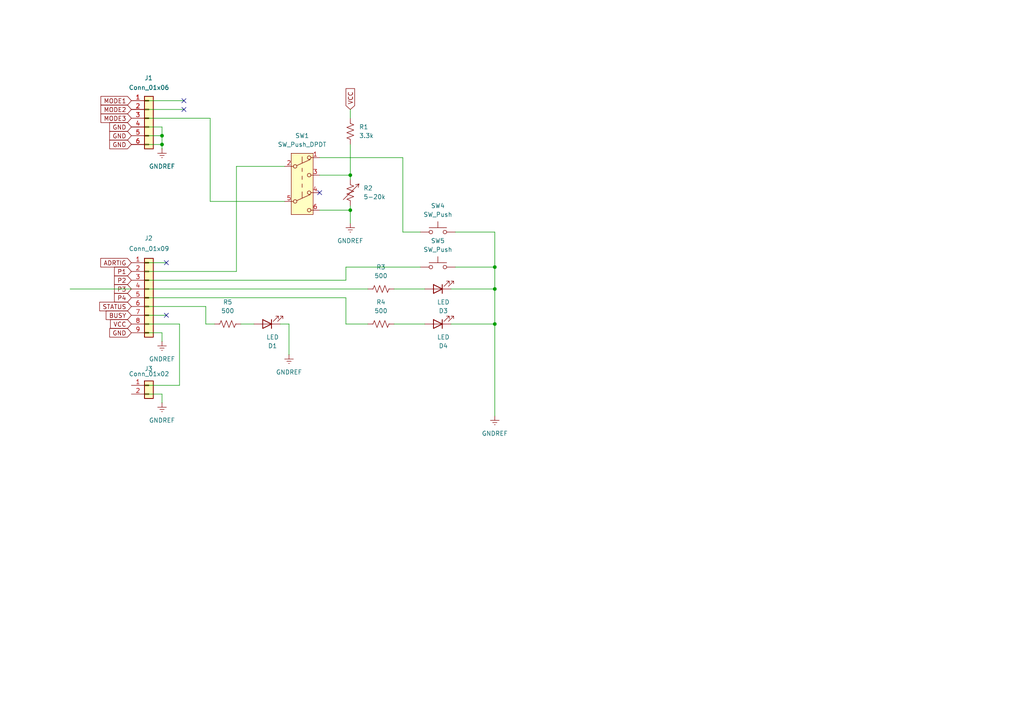
<source format=kicad_sch>
(kicad_sch (version 20231120) (generator "eeschema") (generator_version "8.0")
  (paper "A4")
  (title_block (title "IMBLE3 interface test") (date "2025-01-24") (rev "0.1") (company "Interplan Co,. Ltd."))
  (lib_symbols
    (symbol "Connector_Generic:Conn_01x02" (pin_names (offset 1.016) hide)
      (property "Reference" "J" (at 0 2.54 0))
      (property "Value" "Conn_01x02" (at 0 -5.08 0))
      (symbol "Conn_01x02_1_1"
        (rectangle (start -1.27 -2.413) (end 0 -2.667) (stroke (width 0.1524)))
        (rectangle (start -1.27 0.127) (end 0 -0.127) (stroke (width 0.1524)))
        (rectangle (start -1.27 1.27) (end 1.27 -3.81) (stroke (width 0.254)) (fill (type background)))
        (pin passive line (at -5.08 0 0) (length 3.81) (name "Pin_1") (number "1"))
        (pin passive line (at -5.08 -2.54 0) (length 3.81) (name "Pin_2") (number "2"))
      )
    )
    (symbol "Connector_Generic:Conn_01x06" (pin_names (offset 1.016) hide)
      (property "Reference" "J" (at 0 7.62 0))
      (property "Value" "Conn_01x06" (at 0 -10.16 0))
      (symbol "Conn_01x06_1_1"
        (rectangle (start -1.27 -7.493) (end 0 -7.747) (stroke (width 0.1524)))
        (rectangle (start -1.27 -4.953) (end 0 -5.207) (stroke (width 0.1524)))
        (rectangle (start -1.27 -2.413) (end 0 -2.667) (stroke (width 0.1524)))
        (rectangle (start -1.27 0.127) (end 0 -0.127) (stroke (width 0.1524)))
        (rectangle (start -1.27 2.667) (end 0 2.413) (stroke (width 0.1524)))
        (rectangle (start -1.27 5.207) (end 0 4.953) (stroke (width 0.1524)))
        (rectangle (start -1.27 6.35) (end 1.27 -8.89) (stroke (width 0.254)) (fill (type background)))
        (pin passive line (at -5.08 5.08 0) (length 3.81) (name "Pin_1") (number "1"))
        (pin passive line (at -5.08 2.54 0) (length 3.81) (name "Pin_2") (number "2"))
        (pin passive line (at -5.08 0 0) (length 3.81) (name "Pin_3") (number "3"))
        (pin passive line (at -5.08 -2.54 0) (length 3.81) (name "Pin_4") (number "4"))
        (pin passive line (at -5.08 -5.08 0) (length 3.81) (name "Pin_5") (number "5"))
        (pin passive line (at -5.08 -7.62 0) (length 3.81) (name "Pin_6") (number "6"))
      )
    )
    (symbol "Connector_Generic:Conn_01x09" (pin_names (offset 1.016) hide)
      (property "Reference" "J" (at 0 12.7 0))
      (property "Value" "Conn_01x09" (at 0 -12.7 0))
      (symbol "Conn_01x09_1_1"
        (rectangle (start -1.27 -10.033) (end 0 -10.287) (stroke (width 0.1524)))
        (rectangle (start -1.27 -7.493) (end 0 -7.747) (stroke (width 0.1524)))
        (rectangle (start -1.27 -4.953) (end 0 -5.207) (stroke (width 0.1524)))
        (rectangle (start -1.27 -2.413) (end 0 -2.667) (stroke (width 0.1524)))
        (rectangle (start -1.27 0.127) (end 0 -0.127) (stroke (width 0.1524)))
        (rectangle (start -1.27 2.667) (end 0 2.413) (stroke (width 0.1524)))
        (rectangle (start -1.27 5.207) (end 0 4.953) (stroke (width 0.1524)))
        (rectangle (start -1.27 7.747) (end 0 7.493) (stroke (width 0.1524)))
        (rectangle (start -1.27 10.287) (end 0 10.033) (stroke (width 0.1524)))
        (rectangle (start -1.27 11.43) (end 1.27 -11.43) (stroke (width 0.254)) (fill (type background)))
        (pin passive line (at -5.08 10.16 0) (length 3.81) (name "Pin_1") (number "1"))
        (pin passive line (at -5.08 7.62 0) (length 3.81) (name "Pin_2") (number "2"))
        (pin passive line (at -5.08 5.08 0) (length 3.81) (name "Pin_3") (number "3"))
        (pin passive line (at -5.08 2.54 0) (length 3.81) (name "Pin_4") (number "4"))
        (pin passive line (at -5.08 0 0) (length 3.81) (name "Pin_5") (number "5"))
        (pin passive line (at -5.08 -2.54 0) (length 3.81) (name "Pin_6") (number "6"))
        (pin passive line (at -5.08 -5.08 0) (length 3.81) (name "Pin_7") (number "7"))
        (pin passive line (at -5.08 -7.62 0) (length 3.81) (name "Pin_8") (number "8"))
        (pin passive line (at -5.08 -10.16 0) (length 3.81) (name "Pin_9") (number "9"))
      )
    )
    (symbol "Device:LED" (pin_numbers hide) (pin_names (offset 1.016) hide)
      (property "Reference" "D" (at 0 2.54 0))
      (property "Value" "LED" (at 0 -2.54 0))
      (symbol "LED_0_1"
        (polyline (pts (xy -1.27 -1.27) (xy -1.27 1.27)) (stroke (width 0.254)))
        (polyline (pts (xy -1.27 0) (xy 1.27 0)))
        (polyline (pts (xy 1.27 -1.27) (xy 1.27 1.27) (xy -1.27 0) (xy 1.27 -1.27)) (stroke (width 0.254)))
        (polyline (pts (xy -3.048 -0.762) (xy -4.572 -2.286) (xy -3.81 -2.286) (xy -4.572 -2.286) (xy -4.572 -1.524)))
        (polyline (pts (xy -1.778 -0.762) (xy -3.302 -2.286) (xy -2.54 -2.286) (xy -3.302 -2.286) (xy -3.302 -1.524)))
      )
      (symbol "LED_1_1"
        (pin passive line (at -3.81 0 0) (length 2.54) (name "K") (number "1"))
        (pin passive line (at 3.81 0 180) (length 2.54) (name "A") (number "2"))
      )
    )
    (symbol "Device:R_US" (pin_numbers hide) (pin_names (offset 0))
      (property "Reference" "R" (at 2.54 0 90))
      (property "Value" "R_US" (at -2.54 0 90))
      (symbol "R_US_0_1"
        (polyline (pts (xy 0 -2.286) (xy 0 -2.54)))
        (polyline (pts (xy 0 2.286) (xy 0 2.54)))
        (polyline (pts (xy 0 -0.762) (xy 1.016 -1.143) (xy 0 -1.524) (xy -1.016 -1.905) (xy 0 -2.286)))
        (polyline (pts (xy 0 0.762) (xy 1.016 0.381) (xy 0 0) (xy -1.016 -0.381) (xy 0 -0.762)))
        (polyline (pts (xy 0 2.286) (xy 1.016 1.905) (xy 0 1.524) (xy -1.016 1.143) (xy 0 0.762)))
      )
      (symbol "R_US_1_1"
        (pin passive line (at 0 3.81 270) (length 1.27) (name "~") (number "1"))
        (pin passive line (at 0 -3.81 90) (length 1.27) (name "~") (number "2"))
      )
    )
    (symbol "Device:R_Variable_US" (pin_numbers hide) (pin_names (offset 0))
      (property "Reference" "R" (at 2.54 -2.54 90))
      (property "Value" "R_Variable_US" (at -2.54 -1.27 90))
      (symbol "R_Variable_US_0_1"
        (polyline (pts (xy 0 -2.286) (xy 0 -2.54)))
        (polyline (pts (xy 0 2.286) (xy 0 2.54)))
        (polyline (pts (xy 0 -0.762) (xy 1.016 -1.143) (xy 0 -1.524) (xy -1.016 -1.905) (xy 0 -2.286)))
        (polyline (pts (xy 0 0.762) (xy 1.016 0.381) (xy 0 0) (xy -1.016 -0.381) (xy 0 -0.762)))
        (polyline (pts (xy 0 2.286) (xy 1.016 1.905) (xy 0 1.524) (xy -1.016 1.143) (xy 0 0.762)) (stroke (width 0.1524)))
        (polyline (pts (xy 2.286 1.524) (xy 2.54 2.54) (xy 1.524 2.286) (xy 2.54 2.54) (xy -2.032 -2.032)) (stroke (width 0.1524)))
      )
      (symbol "R_Variable_US_1_1"
        (pin passive line (at 0 3.81 270) (length 1.27) (name "~") (number "1"))
        (pin passive line (at 0 -3.81 90) (length 1.27) (name "~") (number "2"))
      )
    )
    (symbol "Switch:SW_Push" (pin_numbers hide) (pin_names (offset 1.016) hide)
      (property "Reference" "SW" (at 1.27 2.54 0))
      (property "Value" "SW_Push" (at 0 -1.524 0))
      (symbol "SW_Push_0_1"
        (circle (center -2.032 0) (radius 0.508))
        (polyline (pts (xy 0 1.27) (xy 0 3.048)))
        (polyline (pts (xy 2.54 1.27) (xy -2.54 1.27)))
        (circle (center 2.032 0) (radius 0.508))
        (pin passive line (at -5.08 0 0) (length 2.54) (name "1") (number "1"))
        (pin passive line (at 5.08 0 180) (length 2.54) (name "2") (number "2"))
      )
    )
    (symbol "Switch:SW_Push_DPDT" (pin_names (offset 0) hide)
      (property "Reference" "SW" (at 0 10.16 0))
      (property "Value" "SW_Push_DPDT" (at 0 -10.16 0))
      (symbol "SW_Push_DPDT_0_0"
        (circle (center -2.032 -5.08) (radius 0.508))
        (circle (center -2.032 5.08) (radius 0.508))
        (circle (center 2.032 -7.62) (radius 0.508))
        (circle (center 2.032 2.54) (radius 0.508))
      )
      (symbol "SW_Push_DPDT_0_1"
        (polyline (pts (xy -1.524 -4.826) (xy 2.3368 -3.0988)))
        (polyline (pts (xy -1.524 5.334) (xy 2.3368 7.0612)))
        (polyline (pts (xy 0 -2.286) (xy 0 -4.064)))
        (polyline (pts (xy 0 -1.016) (xy 0 0)))
        (polyline (pts (xy 0 1.27) (xy 0 2.286)))
        (polyline (pts (xy 0 3.556) (xy 0 4.572)))
        (polyline (pts (xy 0 7.874) (xy 0 6.096)))
        (circle (center 2.032 -2.54) (radius 0.508))
        (circle (center 2.032 7.62) (radius 0.508))
      )
      (symbol "SW_Push_DPDT_1_1"
        (rectangle (start -3.175 8.89) (end 3.175 -8.89) (fill (type background)))
        (pin passive line (at 5.08 7.62 180) (length 2.54) (name "A") (number "1"))
        (pin passive line (at -5.08 5.08 0) (length 2.54) (name "B") (number "2"))
        (pin passive line (at 5.08 2.54 180) (length 2.54) (name "C") (number "3"))
        (pin passive line (at 5.08 -2.54 180) (length 2.54) (name "A") (number "4"))
        (pin passive line (at -5.08 -5.08 0) (length 2.54) (name "B") (number "5"))
        (pin passive line (at 5.08 -7.62 180) (length 2.54) (name "C") (number "6"))
      )
    )
    (symbol "power:GNDREF" (power) (pin_numbers hide) (pin_names (offset 0) hide)
      (property "Value" "GNDREF" (at 0 -3.81 0))
      (symbol "GNDREF_0_1"
        (polyline (pts (xy -0.635 -1.905) (xy 0.635 -1.905)))
        (polyline (pts (xy -0.127 -2.54) (xy 0.127 -2.54)))
        (polyline (pts (xy 0 -1.27) (xy 0 0)))
        (polyline (pts (xy 1.27 -1.27) (xy -1.27 -1.27)))
      )
      (symbol "GNDREF_1_1"
        (pin power_in line (at 0 0 270) (length 0) (name "~") (number "1"))
      )
    )
  )
  (junction (at 143.51 83.82))
  (junction (at 46.99 39.37))
  (junction (at 143.51 93.98))
  (junction (at 101.6 50.8))
  (junction (at 46.99 41.91))
  (junction (at 101.6 60.96))
  (junction (at 143.51 77.47))
  (no_connect (at 92.71 55.88))
  (no_connect (at 48.26 91.44))
  (no_connect (at 53.34 29.21))
  (no_connect (at 53.34 31.75))
  (no_connect (at 48.26 76.2))
  (wire (pts (xy 69.85 93.98) (xy 73.66 93.98)))
  (wire (pts (xy 92.71 45.72) (xy 116.84 45.72)))
  (wire (pts (xy 143.51 67.31) (xy 143.51 77.47)))
  (wire (pts (xy 41.91 78.74) (xy 68.58 78.74)))
  (wire (pts (xy 100.33 81.28) (xy 100.33 77.47)))
  (wire (pts (xy 41.91 81.28) (xy 100.33 81.28)))
  (wire (pts (xy 59.69 88.9) (xy 41.91 88.9)))
  (wire (pts (xy 143.51 93.98) (xy 143.51 120.65)))
  (wire (pts (xy 143.51 83.82) (xy 143.51 77.47)))
  (wire (pts (xy 83.82 93.98) (xy 81.28 93.98)))
  (wire (pts (xy 116.84 67.31) (xy 121.92 67.31)))
  (wire (pts (xy 41.91 36.83) (xy 46.99 36.83)))
  (wire (pts (xy 46.99 39.37) (xy 46.99 41.91)))
  (wire (pts (xy 46.99 114.3) (xy 46.99 116.84)))
  (wire (pts (xy 46.99 36.83) (xy 46.99 39.37)))
  (wire (pts (xy 60.96 34.29) (xy 60.96 58.42)))
  (wire (pts (xy 41.91 86.36) (xy 100.33 86.36)))
  (wire (pts (xy 130.81 93.98) (xy 143.51 93.98)))
  (wire (pts (xy 114.3 93.98) (xy 123.19 93.98)))
  (wire (pts (xy 116.84 45.72) (xy 116.84 67.31)))
  (wire (pts (xy 41.91 34.29) (xy 60.96 34.29)))
  (wire (pts (xy 143.51 77.47) (xy 132.08 77.47)))
  (wire (pts (xy 100.33 93.98) (xy 106.68 93.98)))
  (wire (pts (xy 101.6 41.91) (xy 101.6 50.8)))
  (wire (pts (xy 41.91 76.2) (xy 48.26 76.2)))
  (wire (pts (xy 101.6 31.75) (xy 101.6 34.29)))
  (wire (pts (xy 59.69 93.98) (xy 59.69 88.9)))
  (wire (pts (xy 20.32 83.82) (xy 38.1 83.82)))
  (wire (pts (xy 101.6 52.07) (xy 101.6 50.8)))
  (wire (pts (xy 41.91 29.21) (xy 53.34 29.21)))
  (wire (pts (xy 41.91 93.98) (xy 52.07 93.98)))
  (wire (pts (xy 68.58 78.74) (xy 68.58 48.26)))
  (wire (pts (xy 59.69 93.98) (xy 62.23 93.98)))
  (wire (pts (xy 41.91 114.3) (xy 46.99 114.3)))
  (wire (pts (xy 92.71 60.96) (xy 101.6 60.96)))
  (wire (pts (xy 132.08 67.31) (xy 143.51 67.31)))
  (wire (pts (xy 100.33 86.36) (xy 100.33 93.98)))
  (wire (pts (xy 100.33 77.47) (xy 121.92 77.47)))
  (wire (pts (xy 83.82 93.98) (xy 83.82 102.87)))
  (wire (pts (xy 41.91 31.75) (xy 53.34 31.75)))
  (wire (pts (xy 52.07 93.98) (xy 52.07 111.76)))
  (wire (pts (xy 41.91 39.37) (xy 46.99 39.37)))
  (wire (pts (xy 46.99 41.91) (xy 46.99 43.18)))
  (wire (pts (xy 41.91 83.82) (xy 106.68 83.82)))
  (wire (pts (xy 46.99 96.52) (xy 46.99 99.06)))
  (wire (pts (xy 101.6 60.96) (xy 101.6 64.77)))
  (wire (pts (xy 92.71 50.8) (xy 101.6 50.8)))
  (wire (pts (xy 41.91 41.91) (xy 46.99 41.91)))
  (wire (pts (xy 68.58 48.26) (xy 82.55 48.26)))
  (wire (pts (xy 41.91 96.52) (xy 46.99 96.52)))
  (wire (pts (xy 143.51 93.98) (xy 143.51 83.82)))
  (wire (pts (xy 60.96 58.42) (xy 82.55 58.42)))
  (wire (pts (xy 130.81 83.82) (xy 143.51 83.82)))
  (wire (pts (xy 41.91 91.44) (xy 48.26 91.44)))
  (wire (pts (xy 101.6 59.69) (xy 101.6 60.96)))
  (wire (pts (xy 41.91 111.76) (xy 52.07 111.76)))
  (wire (pts (xy 114.3 83.82) (xy 123.19 83.82)))
  (global_label "ADRTIG" (shape input) (at 38.1 76.2 180) (property "Intersheetrefs" "${INTERSHEET_REFS}" (effects (hide yes))))
  (global_label "GND" (shape input) (at 38.1 96.52 180) (property "Intersheetrefs" "${INTERSHEET_REFS}" (effects (hide yes))))
  (global_label "GND" (shape input) (at 38.1 41.91 180) (property "Intersheetrefs" "${INTERSHEET_REFS}" (effects (hide yes))))
  (global_label "P2" (shape input) (at 38.1 81.28 180) (property "Intersheetrefs" "${INTERSHEET_REFS}" (effects (hide yes))))
  (global_label "MODE3" (shape input) (at 38.1 34.29 180) (property "Intersheetrefs" "${INTERSHEET_REFS}" (effects (hide yes))))
  (global_label "P1" (shape input) (at 38.1 78.74 180) (property "Intersheetrefs" "${INTERSHEET_REFS}" (effects (hide yes))))
  (global_label "MODE2" (shape input) (at 38.1 31.75 180) (property "Intersheetrefs" "${INTERSHEET_REFS}" (effects (hide yes))))
  (global_label "MODE1" (shape input) (at 38.1 29.21 180) (property "Intersheetrefs" "${INTERSHEET_REFS}" (effects (hide yes))))
  (global_label "VCC" (shape input) (at 38.1 93.98 180) (property "Intersheetrefs" "${INTERSHEET_REFS}" (effects (hide yes))))
  (global_label "P4" (shape input) (at 38.1 86.36 180) (property "Intersheetrefs" "${INTERSHEET_REFS}" (effects (hide yes))))
  (global_label "P3" (shape input) (at 38.1 83.82 180) (property "Intersheetrefs" "${INTERSHEET_REFS}" (effects (hide yes))))
  (global_label "STATUS" (shape input) (at 38.1 88.9 180) (property "Intersheetrefs" "${INTERSHEET_REFS}" (effects (hide yes))))
  (global_label "GND" (shape input) (at 38.1 36.83 180) (property "Intersheetrefs" "${INTERSHEET_REFS}" (effects (hide yes))))
  (global_label "BUSY" (shape input) (at 38.1 91.44 180) (property "Intersheetrefs" "${INTERSHEET_REFS}" (effects (hide yes))))
  (global_label "VCC" (shape input) (at 101.6 31.75 90) (property "Intersheetrefs" "${INTERSHEET_REFS}" (effects (hide yes))))
  (global_label "GND" (shape input) (at 38.1 39.37 180) (property "Intersheetrefs" "${INTERSHEET_REFS}" (effects (hide yes))))
  (symbol (lib_id "power:GNDREF") (at 83.82 102.87 0) (unit 1)
    (property "Reference" "#PWR05" (effects (hide yes)))
    (property "Value" "GNDREF" (at 83.82 107.95 0))
    (property "Description" "Power symbol creates a global label with name \"GNDREF\" , reference supply ground" (effects (hide yes)))
  )
  (symbol (lib_id "power:GNDREF") (at 101.6 64.77 0) (unit 1)
    (property "Reference" "#PWR02" (effects (hide yes)))
    (property "Value" "GNDREF" (at 101.6 69.85 0))
    (property "Description" "Power symbol creates a global label with name \"GNDREF\" , reference supply ground" (effects (hide yes)))
  )
  (symbol (lib_id "Connector_Generic:Conn_01x02") (at 43.18 111.76 0) (unit 1)
    (property "Reference" "J3" (at 41.91 106.934 0) (effects (justify left)))
    (property "Value" "Conn_01x02" (at 37.338 108.458 0) (effects (justify left)))
    (property "Description" "Generic connector, single row, 01x02, script generated (kicad-library-utils/schlib/autogen/connector/)" (effects (hide yes)))
  )
  (symbol (lib_id "power:GNDREF") (at 143.51 120.65 0) (unit 1)
    (property "Reference" "#PWR06" (effects (hide yes)))
    (property "Value" "GNDREF" (at 143.51 125.73 0))
    (property "Description" "Power symbol creates a global label with name \"GNDREF\" , reference supply ground" (effects (hide yes)))
  )
  (symbol (lib_id "Device:R_US") (at 66.04 93.98 90) (unit 1)
    (property "Reference" "R5" (at 66.04 87.63 90))
    (property "Value" "500" (at 66.04 90.17 90))
    (property "Description" "Resistor, US symbol" (effects (hide yes)))
  )
  (symbol (lib_id "Switch:SW_Push") (at 127 67.31 0) (unit 1)
    (property "Reference" "SW4" (at 127 59.69 0))
    (property "Value" "SW_Push" (at 127 62.23 0))
    (property "Description" "Push button switch, generic, two pins" (effects (hide yes)))
  )
  (symbol (lib_id "Device:LED") (at 77.47 93.98 180) (unit 1)
    (property "Reference" "D1" (at 79.0575 100.33 0))
    (property "Value" "LED" (at 79.0575 97.79 0))
    (property "Description" "Light emitting diode" (effects (hide yes)))
  )
  (symbol (lib_id "Connector_Generic:Conn_01x06") (at 43.18 34.29 0) (unit 1)
    (property "Reference" "J1" (at 41.91 22.606 0) (effects (justify left)))
    (property "Value" "Conn_01x06" (at 37.338 25.4 0) (effects (justify left)))
    (property "Description" "Generic connector, single row, 01x06, script generated (kicad-library-utils/schlib/autogen/connector/)" (effects (hide yes)))
  )
  (symbol (lib_id "Device:LED") (at 127 83.82 180) (unit 1)
    (property "Reference" "D3" (at 128.5875 90.17 0))
    (property "Value" "LED" (at 128.5875 87.63 0))
    (property "Description" "Light emitting diode" (effects (hide yes)))
  )
  (symbol (lib_id "Device:R_US") (at 110.49 83.82 270) (unit 1)
    (property "Reference" "R3" (at 110.49 77.47 90))
    (property "Value" "500" (at 110.49 80.01 90))
    (property "Description" "Resistor, US symbol" (effects (hide yes)))
  )
  (symbol (lib_id "power:GNDREF") (at 46.99 99.06 0) (unit 1)
    (property "Reference" "#PWR03" (effects (hide yes)))
    (property "Value" "GNDREF" (at 46.99 104.14 0))
    (property "Description" "Power symbol creates a global label with name \"GNDREF\" , reference supply ground" (effects (hide yes)))
  )
  (symbol (lib_id "Switch:SW_Push") (at 127 77.47 0) (unit 1)
    (property "Reference" "SW5" (at 127 69.85 0))
    (property "Value" "SW_Push" (at 127 72.39 0))
    (property "Description" "Push button switch, generic, two pins" (effects (hide yes)))
  )
  (symbol (lib_id "Connector_Generic:Conn_01x09") (at 43.18 86.36 0) (unit 1)
    (property "Reference" "J2" (at 41.91 69.088 0) (effects (justify left)))
    (property "Value" "Conn_01x09" (at 37.338 72.136 0) (effects (justify left)))
    (property "Description" "Generic connector, single row, 01x09, script generated (kicad-library-utils/schlib/autogen/connector/)" (effects (hide yes)))
  )
  (symbol (lib_id "Device:R_Variable_US") (at 101.6 55.88 0) (unit 1)
    (property "Reference" "R2" (at 105.41 54.5718 0) (effects (justify left)))
    (property "Value" "5-20k" (at 105.41 57.1118 0) (effects (justify left)))
    (property "Description" "Variable resistor, US symbol" (effects (hide yes)))
  )
  (symbol (lib_id "Switch:SW_Push_DPDT") (at 87.63 53.34 0) (unit 1)
    (property "Reference" "SW1" (at 87.63 39.37 0))
    (property "Value" "SW_Push_DPDT" (at 87.63 41.91 0))
    (property "Description" "Momentary Switch, dual pole double throw" (effects (hide yes)))
  )
  (symbol (lib_id "power:GNDREF") (at 46.99 43.18 0) (unit 1)
    (property "Reference" "#PWR01" (effects (hide yes)))
    (property "Value" "GNDREF" (at 46.99 48.26 0))
    (property "Description" "Power symbol creates a global label with name \"GNDREF\" , reference supply ground" (effects (hide yes)))
  )
  (symbol (lib_id "Device:LED") (at 127 93.98 180) (unit 1)
    (property "Reference" "D4" (at 128.5875 100.33 0))
    (property "Value" "LED" (at 128.5875 97.79 0))
    (property "Description" "Light emitting diode" (effects (hide yes)))
  )
  (symbol (lib_id "power:GNDREF") (at 46.99 116.84 0) (unit 1)
    (property "Reference" "#PWR04" (effects (hide yes)))
    (property "Value" "GNDREF" (at 46.99 121.92 0))
    (property "Description" "Power symbol creates a global label with name \"GNDREF\" , reference supply ground" (effects (hide yes)))
  )
  (symbol (lib_id "Device:R_US") (at 110.49 93.98 90) (unit 1)
    (property "Reference" "R4" (at 110.49 87.63 90))
    (property "Value" "500" (at 110.49 90.17 90))
    (property "Description" "Resistor, US symbol" (effects (hide yes)))
  )
  (symbol (lib_id "Device:R_US") (at 101.6 38.1 0) (unit 1)
    (property "Reference" "R1" (at 104.14 36.8299 0) (effects (justify left)))
    (property "Value" "3.3k" (at 104.14 39.3699 0) (effects (justify left)))
    (property "Description" "Resistor, US symbol" (effects (hide yes)))
  )
)
</source>
